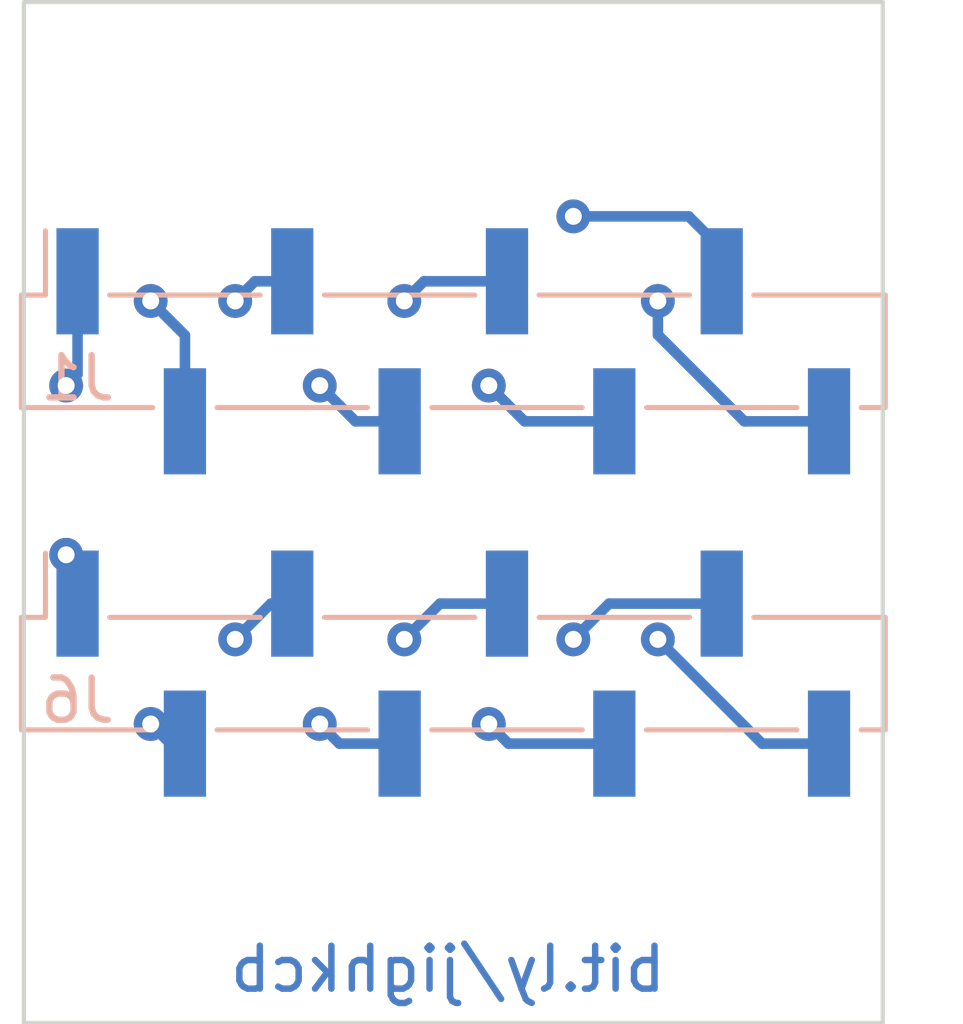
<source format=kicad_pcb>
(kicad_pcb (version 20171130) (host pcbnew 5.0.2-bee76a0~70~ubuntu18.04.1)

  (general
    (thickness 1.6)
    (drawings 5)
    (tracks 50)
    (zones 0)
    (modules 2)
    (nets 17)
  )

  (page A4)
  (layers
    (0 F.Cu signal)
    (31 B.Cu signal)
    (32 B.Adhes user)
    (33 F.Adhes user)
    (34 B.Paste user)
    (35 F.Paste user)
    (36 B.SilkS user)
    (37 F.SilkS user)
    (38 B.Mask user)
    (39 F.Mask user)
    (40 Dwgs.User user)
    (41 Cmts.User user)
    (42 Eco1.User user)
    (43 Eco2.User user)
    (44 Edge.Cuts user)
    (45 Margin user)
    (46 B.CrtYd user)
    (47 F.CrtYd user)
    (48 B.Fab user)
    (49 F.Fab user)
  )

  (setup
    (last_trace_width 0.25)
    (trace_clearance 0.2)
    (zone_clearance 0.508)
    (zone_45_only no)
    (trace_min 0.2)
    (segment_width 0.2)
    (edge_width 0.15)
    (via_size 0.8)
    (via_drill 0.4)
    (via_min_size 0.4)
    (via_min_drill 0.3)
    (uvia_size 0.3)
    (uvia_drill 0.1)
    (uvias_allowed no)
    (uvia_min_size 0.2)
    (uvia_min_drill 0.1)
    (pcb_text_width 0.3)
    (pcb_text_size 1.5 1.5)
    (mod_edge_width 0.15)
    (mod_text_size 1 1)
    (mod_text_width 0.15)
    (pad_size 1.524 1.524)
    (pad_drill 0.762)
    (pad_to_mask_clearance 0.051)
    (solder_mask_min_width 0.25)
    (aux_axis_origin 0 0)
    (visible_elements FFFFFF7F)
    (pcbplotparams
      (layerselection 0x010fc_ffffffff)
      (usegerberextensions false)
      (usegerberattributes false)
      (usegerberadvancedattributes false)
      (creategerberjobfile false)
      (excludeedgelayer true)
      (linewidth 0.100000)
      (plotframeref false)
      (viasonmask false)
      (mode 1)
      (useauxorigin false)
      (hpglpennumber 1)
      (hpglpenspeed 20)
      (hpglpendiameter 15.000000)
      (psnegative false)
      (psa4output false)
      (plotreference true)
      (plotvalue true)
      (plotinvisibletext false)
      (padsonsilk false)
      (subtractmaskfromsilk false)
      (outputformat 1)
      (mirror false)
      (drillshape 1)
      (scaleselection 1)
      (outputdirectory ""))
  )

  (net 0 "")
  (net 1 /T1)
  (net 2 /T3)
  (net 3 /T5)
  (net 4 /T7)
  (net 5 /T2)
  (net 6 /T4)
  (net 7 /T6)
  (net 8 /T8)
  (net 9 /B1)
  (net 10 /B3)
  (net 11 /B5)
  (net 12 /B7)
  (net 13 /B2)
  (net 14 /B4)
  (net 15 /B6)
  (net 16 /B8)

  (net_class Default "This is the default net class."
    (clearance 0.2)
    (trace_width 0.25)
    (via_dia 0.8)
    (via_drill 0.4)
    (uvia_dia 0.3)
    (uvia_drill 0.1)
    (add_net /B1)
    (add_net /B2)
    (add_net /B3)
    (add_net /B4)
    (add_net /B5)
    (add_net /B6)
    (add_net /B7)
    (add_net /B8)
    (add_net /T1)
    (add_net /T2)
    (add_net /T3)
    (add_net /T4)
    (add_net /T5)
    (add_net /T6)
    (add_net /T7)
    (add_net /T8)
  )

  (module Connector_PinHeader_2.54mm:PinHeader_1x08_P2.54mm_Vertical_SMD_Pin1Left (layer B.Cu) (tedit 59FED5CC) (tstamp 5C7B7767)
    (at 111.76 97.79 270)
    (descr "surface-mounted straight pin header, 1x08, 2.54mm pitch, single row, style 1 (pin 1 left)")
    (tags "Surface mounted pin header SMD 1x08 2.54mm single row style1 pin1 left")
    (path /5C9429AB)
    (attr smd)
    (fp_text reference J1 (at 0.635 8.89) (layer B.SilkS)
      (effects (font (size 1 1) (thickness 0.15)) (justify mirror))
    )
    (fp_text value Conn_01x08_Male (at 0 -11.22 270) (layer B.Fab)
      (effects (font (size 1 1) (thickness 0.15)) (justify mirror))
    )
    (fp_line (start 1.27 -10.16) (end -1.27 -10.16) (layer B.Fab) (width 0.1))
    (fp_line (start -0.32 10.16) (end 1.27 10.16) (layer B.Fab) (width 0.1))
    (fp_line (start -1.27 -10.16) (end -1.27 9.21) (layer B.Fab) (width 0.1))
    (fp_line (start -1.27 9.21) (end -0.32 10.16) (layer B.Fab) (width 0.1))
    (fp_line (start 1.27 10.16) (end 1.27 -10.16) (layer B.Fab) (width 0.1))
    (fp_line (start -1.27 9.21) (end -2.54 9.21) (layer B.Fab) (width 0.1))
    (fp_line (start -2.54 9.21) (end -2.54 8.57) (layer B.Fab) (width 0.1))
    (fp_line (start -2.54 8.57) (end -1.27 8.57) (layer B.Fab) (width 0.1))
    (fp_line (start -1.27 4.13) (end -2.54 4.13) (layer B.Fab) (width 0.1))
    (fp_line (start -2.54 4.13) (end -2.54 3.49) (layer B.Fab) (width 0.1))
    (fp_line (start -2.54 3.49) (end -1.27 3.49) (layer B.Fab) (width 0.1))
    (fp_line (start -1.27 -0.95) (end -2.54 -0.95) (layer B.Fab) (width 0.1))
    (fp_line (start -2.54 -0.95) (end -2.54 -1.59) (layer B.Fab) (width 0.1))
    (fp_line (start -2.54 -1.59) (end -1.27 -1.59) (layer B.Fab) (width 0.1))
    (fp_line (start -1.27 -6.03) (end -2.54 -6.03) (layer B.Fab) (width 0.1))
    (fp_line (start -2.54 -6.03) (end -2.54 -6.67) (layer B.Fab) (width 0.1))
    (fp_line (start -2.54 -6.67) (end -1.27 -6.67) (layer B.Fab) (width 0.1))
    (fp_line (start 1.27 6.67) (end 2.54 6.67) (layer B.Fab) (width 0.1))
    (fp_line (start 2.54 6.67) (end 2.54 6.03) (layer B.Fab) (width 0.1))
    (fp_line (start 2.54 6.03) (end 1.27 6.03) (layer B.Fab) (width 0.1))
    (fp_line (start 1.27 1.59) (end 2.54 1.59) (layer B.Fab) (width 0.1))
    (fp_line (start 2.54 1.59) (end 2.54 0.95) (layer B.Fab) (width 0.1))
    (fp_line (start 2.54 0.95) (end 1.27 0.95) (layer B.Fab) (width 0.1))
    (fp_line (start 1.27 -3.49) (end 2.54 -3.49) (layer B.Fab) (width 0.1))
    (fp_line (start 2.54 -3.49) (end 2.54 -4.13) (layer B.Fab) (width 0.1))
    (fp_line (start 2.54 -4.13) (end 1.27 -4.13) (layer B.Fab) (width 0.1))
    (fp_line (start 1.27 -8.57) (end 2.54 -8.57) (layer B.Fab) (width 0.1))
    (fp_line (start 2.54 -8.57) (end 2.54 -9.21) (layer B.Fab) (width 0.1))
    (fp_line (start 2.54 -9.21) (end 1.27 -9.21) (layer B.Fab) (width 0.1))
    (fp_line (start -1.33 10.22) (end 1.33 10.22) (layer B.SilkS) (width 0.12))
    (fp_line (start -1.33 -10.22) (end 1.33 -10.22) (layer B.SilkS) (width 0.12))
    (fp_line (start 1.33 10.22) (end 1.33 7.11) (layer B.SilkS) (width 0.12))
    (fp_line (start -1.33 9.65) (end -2.85 9.65) (layer B.SilkS) (width 0.12))
    (fp_line (start -1.33 10.22) (end -1.33 9.65) (layer B.SilkS) (width 0.12))
    (fp_line (start 1.33 -9.65) (end 1.33 -10.22) (layer B.SilkS) (width 0.12))
    (fp_line (start 1.33 5.59) (end 1.33 2.03) (layer B.SilkS) (width 0.12))
    (fp_line (start 1.33 0.51) (end 1.33 -3.05) (layer B.SilkS) (width 0.12))
    (fp_line (start 1.33 -4.57) (end 1.33 -8.13) (layer B.SilkS) (width 0.12))
    (fp_line (start -1.33 8.13) (end -1.33 4.57) (layer B.SilkS) (width 0.12))
    (fp_line (start -1.33 3.05) (end -1.33 -0.51) (layer B.SilkS) (width 0.12))
    (fp_line (start -1.33 -2.03) (end -1.33 -5.59) (layer B.SilkS) (width 0.12))
    (fp_line (start -1.33 -7.11) (end -1.33 -10.22) (layer B.SilkS) (width 0.12))
    (fp_line (start -3.45 10.7) (end -3.45 -10.7) (layer B.CrtYd) (width 0.05))
    (fp_line (start -3.45 -10.7) (end 3.45 -10.7) (layer B.CrtYd) (width 0.05))
    (fp_line (start 3.45 -10.7) (end 3.45 10.7) (layer B.CrtYd) (width 0.05))
    (fp_line (start 3.45 10.7) (end -3.45 10.7) (layer B.CrtYd) (width 0.05))
    (fp_text user %R (at 0 0 180) (layer B.Fab)
      (effects (font (size 1 1) (thickness 0.15)) (justify mirror))
    )
    (pad 1 smd rect (at -1.655 8.89 270) (size 2.51 1) (layers B.Cu B.Paste B.Mask)
      (net 1 /T1))
    (pad 3 smd rect (at -1.655 3.81 270) (size 2.51 1) (layers B.Cu B.Paste B.Mask)
      (net 2 /T3))
    (pad 5 smd rect (at -1.655 -1.27 270) (size 2.51 1) (layers B.Cu B.Paste B.Mask)
      (net 3 /T5))
    (pad 7 smd rect (at -1.655 -6.35 270) (size 2.51 1) (layers B.Cu B.Paste B.Mask)
      (net 4 /T7))
    (pad 2 smd rect (at 1.655 6.35 270) (size 2.51 1) (layers B.Cu B.Paste B.Mask)
      (net 5 /T2))
    (pad 4 smd rect (at 1.655 1.27 270) (size 2.51 1) (layers B.Cu B.Paste B.Mask)
      (net 6 /T4))
    (pad 6 smd rect (at 1.655 -3.81 270) (size 2.51 1) (layers B.Cu B.Paste B.Mask)
      (net 7 /T6))
    (pad 8 smd rect (at 1.655 -8.89 270) (size 2.51 1) (layers B.Cu B.Paste B.Mask)
      (net 8 /T8))
    (model ${KISYS3DMOD}/Connector_PinHeader_2.54mm.3dshapes/PinHeader_1x08_P2.54mm_Vertical_SMD_Pin1Left.wrl
      (at (xyz 0 0 0))
      (scale (xyz 1 1 1))
      (rotate (xyz 0 0 0))
    )
  )

  (module Connector_PinHeader_2.54mm:PinHeader_1x08_P2.54mm_Vertical_SMD_Pin1Left (layer B.Cu) (tedit 59FED5CC) (tstamp 5C7B772C)
    (at 111.76 105.41 270)
    (descr "surface-mounted straight pin header, 1x08, 2.54mm pitch, single row, style 1 (pin 1 left)")
    (tags "Surface mounted pin header SMD 1x08 2.54mm single row style1 pin1 left")
    (path /5C94F193)
    (attr smd)
    (fp_text reference J6 (at 0.635 8.89) (layer B.SilkS)
      (effects (font (size 1 1) (thickness 0.15)) (justify mirror))
    )
    (fp_text value Conn_01x08_Male (at 0 -11.22 270) (layer B.Fab)
      (effects (font (size 1 1) (thickness 0.15)) (justify mirror))
    )
    (fp_line (start 1.27 -10.16) (end -1.27 -10.16) (layer B.Fab) (width 0.1))
    (fp_line (start -0.32 10.16) (end 1.27 10.16) (layer B.Fab) (width 0.1))
    (fp_line (start -1.27 -10.16) (end -1.27 9.21) (layer B.Fab) (width 0.1))
    (fp_line (start -1.27 9.21) (end -0.32 10.16) (layer B.Fab) (width 0.1))
    (fp_line (start 1.27 10.16) (end 1.27 -10.16) (layer B.Fab) (width 0.1))
    (fp_line (start -1.27 9.21) (end -2.54 9.21) (layer B.Fab) (width 0.1))
    (fp_line (start -2.54 9.21) (end -2.54 8.57) (layer B.Fab) (width 0.1))
    (fp_line (start -2.54 8.57) (end -1.27 8.57) (layer B.Fab) (width 0.1))
    (fp_line (start -1.27 4.13) (end -2.54 4.13) (layer B.Fab) (width 0.1))
    (fp_line (start -2.54 4.13) (end -2.54 3.49) (layer B.Fab) (width 0.1))
    (fp_line (start -2.54 3.49) (end -1.27 3.49) (layer B.Fab) (width 0.1))
    (fp_line (start -1.27 -0.95) (end -2.54 -0.95) (layer B.Fab) (width 0.1))
    (fp_line (start -2.54 -0.95) (end -2.54 -1.59) (layer B.Fab) (width 0.1))
    (fp_line (start -2.54 -1.59) (end -1.27 -1.59) (layer B.Fab) (width 0.1))
    (fp_line (start -1.27 -6.03) (end -2.54 -6.03) (layer B.Fab) (width 0.1))
    (fp_line (start -2.54 -6.03) (end -2.54 -6.67) (layer B.Fab) (width 0.1))
    (fp_line (start -2.54 -6.67) (end -1.27 -6.67) (layer B.Fab) (width 0.1))
    (fp_line (start 1.27 6.67) (end 2.54 6.67) (layer B.Fab) (width 0.1))
    (fp_line (start 2.54 6.67) (end 2.54 6.03) (layer B.Fab) (width 0.1))
    (fp_line (start 2.54 6.03) (end 1.27 6.03) (layer B.Fab) (width 0.1))
    (fp_line (start 1.27 1.59) (end 2.54 1.59) (layer B.Fab) (width 0.1))
    (fp_line (start 2.54 1.59) (end 2.54 0.95) (layer B.Fab) (width 0.1))
    (fp_line (start 2.54 0.95) (end 1.27 0.95) (layer B.Fab) (width 0.1))
    (fp_line (start 1.27 -3.49) (end 2.54 -3.49) (layer B.Fab) (width 0.1))
    (fp_line (start 2.54 -3.49) (end 2.54 -4.13) (layer B.Fab) (width 0.1))
    (fp_line (start 2.54 -4.13) (end 1.27 -4.13) (layer B.Fab) (width 0.1))
    (fp_line (start 1.27 -8.57) (end 2.54 -8.57) (layer B.Fab) (width 0.1))
    (fp_line (start 2.54 -8.57) (end 2.54 -9.21) (layer B.Fab) (width 0.1))
    (fp_line (start 2.54 -9.21) (end 1.27 -9.21) (layer B.Fab) (width 0.1))
    (fp_line (start -1.33 10.22) (end 1.33 10.22) (layer B.SilkS) (width 0.12))
    (fp_line (start -1.33 -10.22) (end 1.33 -10.22) (layer B.SilkS) (width 0.12))
    (fp_line (start 1.33 10.22) (end 1.33 7.11) (layer B.SilkS) (width 0.12))
    (fp_line (start -1.33 9.65) (end -2.85 9.65) (layer B.SilkS) (width 0.12))
    (fp_line (start -1.33 10.22) (end -1.33 9.65) (layer B.SilkS) (width 0.12))
    (fp_line (start 1.33 -9.65) (end 1.33 -10.22) (layer B.SilkS) (width 0.12))
    (fp_line (start 1.33 5.59) (end 1.33 2.03) (layer B.SilkS) (width 0.12))
    (fp_line (start 1.33 0.51) (end 1.33 -3.05) (layer B.SilkS) (width 0.12))
    (fp_line (start 1.33 -4.57) (end 1.33 -8.13) (layer B.SilkS) (width 0.12))
    (fp_line (start -1.33 8.13) (end -1.33 4.57) (layer B.SilkS) (width 0.12))
    (fp_line (start -1.33 3.05) (end -1.33 -0.51) (layer B.SilkS) (width 0.12))
    (fp_line (start -1.33 -2.03) (end -1.33 -5.59) (layer B.SilkS) (width 0.12))
    (fp_line (start -1.33 -7.11) (end -1.33 -10.22) (layer B.SilkS) (width 0.12))
    (fp_line (start -3.45 10.7) (end -3.45 -10.7) (layer B.CrtYd) (width 0.05))
    (fp_line (start -3.45 -10.7) (end 3.45 -10.7) (layer B.CrtYd) (width 0.05))
    (fp_line (start 3.45 -10.7) (end 3.45 10.7) (layer B.CrtYd) (width 0.05))
    (fp_line (start 3.45 10.7) (end -3.45 10.7) (layer B.CrtYd) (width 0.05))
    (fp_text user %R (at 0 0 180) (layer B.Fab)
      (effects (font (size 1 1) (thickness 0.15)) (justify mirror))
    )
    (pad 1 smd rect (at -1.655 8.89 270) (size 2.51 1) (layers B.Cu B.Paste B.Mask)
      (net 9 /B1))
    (pad 3 smd rect (at -1.655 3.81 270) (size 2.51 1) (layers B.Cu B.Paste B.Mask)
      (net 10 /B3))
    (pad 5 smd rect (at -1.655 -1.27 270) (size 2.51 1) (layers B.Cu B.Paste B.Mask)
      (net 11 /B5))
    (pad 7 smd rect (at -1.655 -6.35 270) (size 2.51 1) (layers B.Cu B.Paste B.Mask)
      (net 12 /B7))
    (pad 2 smd rect (at 1.655 6.35 270) (size 2.51 1) (layers B.Cu B.Paste B.Mask)
      (net 13 /B2))
    (pad 4 smd rect (at 1.655 1.27 270) (size 2.51 1) (layers B.Cu B.Paste B.Mask)
      (net 14 /B4))
    (pad 6 smd rect (at 1.655 -3.81 270) (size 2.51 1) (layers B.Cu B.Paste B.Mask)
      (net 15 /B6))
    (pad 8 smd rect (at 1.655 -8.89 270) (size 2.51 1) (layers B.Cu B.Paste B.Mask)
      (net 16 /B8))
    (model ${KISYS3DMOD}/Connector_PinHeader_2.54mm.3dshapes/PinHeader_1x08_P2.54mm_Vertical_SMD_Pin1Left.wrl
      (at (xyz 0 0 0))
      (scale (xyz 1 1 1))
      (rotate (xyz 0 0 0))
    )
  )

  (gr_text bit.ly/jighkcb (at 111.633 112.395) (layer B.Cu) (tstamp 5C834ADF)
    (effects (font (size 1.016 1.016) (thickness 0.1524)) (justify mirror))
  )
  (gr_line (start 121.92 89.535) (end 101.6 89.535) (layer Edge.Cuts) (width 0.1) (tstamp 5C7B76E8))
  (gr_line (start 101.6 113.665) (end 101.6 89.535) (layer Edge.Cuts) (width 0.1) (tstamp 5C7B76E2))
  (gr_line (start 121.92 113.665) (end 121.92 89.535) (layer Edge.Cuts) (width 0.1) (tstamp 5C7B74C3))
  (gr_line (start 101.6 113.665) (end 121.92 113.665) (layer Edge.Cuts) (width 0.1) (tstamp 5C7B74C2))

  (via (at 102.6 98.6) (size 0.8) (drill 0.4) (layers F.Cu B.Cu) (net 1) (tstamp 5C7B75C0) (status 1000030))
  (segment (start 102.87 98.33) (end 102.6 98.6) (width 0.25) (layer B.Cu) (net 1) (tstamp 5C7B75EA))
  (segment (start 102.87 96.135) (end 102.87 98.33) (width 0.25) (layer B.Cu) (net 1) (tstamp 5C7B772B) (status 10))
  (via (at 106.6 96.6) (size 0.8) (drill 0.4) (layers F.Cu B.Cu) (net 2) (tstamp 5C7B76C2) (status 30))
  (segment (start 107.065 96.135) (end 106.6 96.6) (width 0.25) (layer B.Cu) (net 2) (tstamp 5C7B76C3))
  (segment (start 107.95 96.135) (end 107.065 96.135) (width 0.25) (layer B.Cu) (net 2) (tstamp 5C7B76C4) (status 10))
  (via (at 110.6 96.6) (size 0.8) (drill 0.4) (layers F.Cu B.Cu) (net 3) (tstamp 5C7B77DE) (status 30))
  (segment (start 111.065 96.135) (end 110.6 96.6) (width 0.25) (layer B.Cu) (net 3) (tstamp 5C7B77DF))
  (segment (start 113.03 96.135) (end 111.065 96.135) (width 0.25) (layer B.Cu) (net 3) (tstamp 5C7B77E0) (status 10))
  (segment (start 118.11 96.135) (end 118.11 95.38) (width 0.25) (layer B.Cu) (net 4) (tstamp 5C7B75B1) (status 30))
  (segment (start 118.11 95.38) (end 117.33 94.6) (width 0.25) (layer B.Cu) (net 4) (tstamp 5C7B7670) (status 10))
  (via (at 114.6 94.6) (size 0.8) (drill 0.4) (layers F.Cu B.Cu) (net 4) (tstamp 5C7B77E8) (status 30))
  (segment (start 117.33 94.6) (end 114.6 94.6) (width 0.25) (layer B.Cu) (net 4) (tstamp 5C7B77E9))
  (via (at 104.6 96.6) (size 0.8) (drill 0.4) (layers F.Cu B.Cu) (net 5) (tstamp 5C7B75B9) (status 30))
  (segment (start 105.41 97.41) (end 104.6 96.6) (width 0.25) (layer B.Cu) (net 5) (tstamp 5C7B75BA))
  (segment (start 105.41 99.445) (end 105.41 97.41) (width 0.25) (layer B.Cu) (net 5) (tstamp 5C7B75BB) (status 10))
  (via (at 108.6 98.6) (size 0.8) (drill 0.4) (layers F.Cu B.Cu) (net 6) (tstamp 5C7B75CC) (status 30))
  (segment (start 109.445 99.445) (end 108.6 98.6) (width 0.25) (layer B.Cu) (net 6) (tstamp 5C7B75CD))
  (segment (start 110.49 99.445) (end 109.445 99.445) (width 0.25) (layer B.Cu) (net 6) (tstamp 5C7B75CE) (status 10))
  (via (at 112.6 98.6) (size 0.8) (drill 0.4) (layers F.Cu B.Cu) (net 7) (tstamp 5C7B75D6) (status 30))
  (segment (start 113.445 99.445) (end 112.6 98.6) (width 0.25) (layer B.Cu) (net 7) (tstamp 5C7B75D7))
  (segment (start 115.57 99.445) (end 113.445 99.445) (width 0.25) (layer B.Cu) (net 7) (tstamp 5C7B75D8) (status 10))
  (via (at 116.6 96.6) (size 0.8) (drill 0.4) (layers F.Cu B.Cu) (net 8) (tstamp 5C7B75E0) (status 30))
  (segment (start 116.6 97.4) (end 116.6 96.6) (width 0.25) (layer B.Cu) (net 8) (tstamp 5C7B75E1))
  (segment (start 118.645 99.445) (end 116.6 97.4) (width 0.25) (layer B.Cu) (net 8) (tstamp 5C7B75E2))
  (segment (start 120.65 99.445) (end 118.645 99.445) (width 0.25) (layer B.Cu) (net 8) (tstamp 5C7B75E3) (status 10))
  (via (at 102.6 102.6) (size 0.8) (drill 0.4) (layers F.Cu B.Cu) (net 9) (tstamp 5C7B7682) (status 30))
  (segment (start 102.87 102.87) (end 102.6 102.6) (width 0.25) (layer B.Cu) (net 9) (tstamp 5C7B7683) (status 30))
  (segment (start 102.87 103.755) (end 102.87 102.87) (width 0.25) (layer B.Cu) (net 9) (tstamp 5C7B7684) (status 30))
  (via (at 106.6 104.6) (size 0.8) (drill 0.4) (layers F.Cu B.Cu) (net 10) (tstamp 5C7B75A8) (status 30))
  (segment (start 107.445 103.755) (end 106.6 104.6) (width 0.25) (layer B.Cu) (net 10) (tstamp 5C7B7679))
  (segment (start 107.95 103.755) (end 107.445 103.755) (width 0.25) (layer B.Cu) (net 10) (tstamp 5C7B767A) (status 10))
  (via (at 110.6 104.6) (size 0.8) (drill 0.4) (layers F.Cu B.Cu) (net 11) (tstamp 5C7B759E) (status 30))
  (segment (start 111.445 103.755) (end 110.6 104.6) (width 0.25) (layer B.Cu) (net 11) (tstamp 5C7B759F))
  (segment (start 113.03 103.755) (end 111.445 103.755) (width 0.25) (layer B.Cu) (net 11) (tstamp 5C7B75A0) (status 10))
  (via (at 114.6 104.6) (size 0.8) (drill 0.4) (layers F.Cu B.Cu) (net 12) (tstamp 5C7B7594) (status 30))
  (segment (start 115.445 103.755) (end 114.6 104.6) (width 0.25) (layer B.Cu) (net 12) (tstamp 5C7B7595))
  (segment (start 118.11 103.755) (end 115.445 103.755) (width 0.25) (layer B.Cu) (net 12) (tstamp 5C7B7596) (status 10))
  (via (at 104.6 106.6) (size 0.8) (drill 0.4) (layers F.Cu B.Cu) (net 13) (tstamp 5C7B7651) (status 30))
  (segment (start 105.065 107.065) (end 104.6 106.6) (width 0.25) (layer B.Cu) (net 13) (tstamp 5C7B7652) (status 10))
  (segment (start 105.41 107.065) (end 105.065 107.065) (width 0.25) (layer B.Cu) (net 13) (tstamp 5C7B7653) (status 30))
  (via (at 108.6 106.6) (size 0.8) (drill 0.4) (layers F.Cu B.Cu) (net 14) (tstamp 5C7B7647) (status 1000030))
  (segment (start 109.065 107.065) (end 108.6 106.6) (width 0.25) (layer B.Cu) (net 14) (tstamp 5C7B7648))
  (segment (start 110.49 107.065) (end 109.065 107.065) (width 0.25) (layer B.Cu) (net 14) (tstamp 5C7B7649) (status 10))
  (via (at 112.6 106.6) (size 0.8) (drill 0.4) (layers F.Cu B.Cu) (net 15) (tstamp 5C7B753A) (status 30))
  (segment (start 113.065 107.065) (end 112.6 106.6) (width 0.25) (layer B.Cu) (net 15) (tstamp 5C7B753B))
  (segment (start 115.57 107.065) (end 113.065 107.065) (width 0.25) (layer B.Cu) (net 15) (tstamp 5C7B75F4) (status 10))
  (via (at 116.6 104.6) (size 0.8) (drill 0.4) (layers F.Cu B.Cu) (net 16) (tstamp 5C7B75EC) (status 30))
  (segment (start 119.065 107.065) (end 116.6 104.6) (width 0.25) (layer B.Cu) (net 16) (tstamp 5C7B75ED))
  (segment (start 120.65 107.065) (end 119.065 107.065) (width 0.25) (layer B.Cu) (net 16) (tstamp 5C7B75EE) (status 10))

)

</source>
